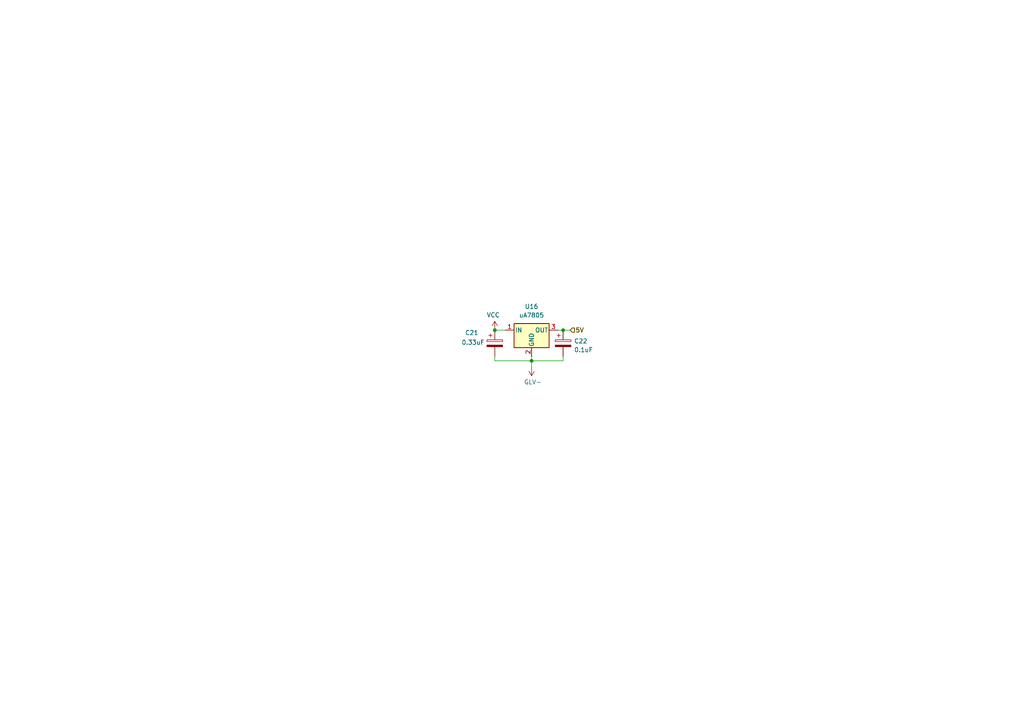
<source format=kicad_sch>
(kicad_sch
	(version 20250114)
	(generator "eeschema")
	(generator_version "9.0")
	(uuid "87609978-df6a-4283-aa82-17a932951a51")
	(paper "A4")
	(lib_symbols
		(symbol "Device:C_Polarized"
			(pin_numbers
				(hide yes)
			)
			(pin_names
				(offset 0.254)
			)
			(exclude_from_sim no)
			(in_bom yes)
			(on_board yes)
			(property "Reference" "C"
				(at 0.635 2.54 0)
				(effects
					(font
						(size 1.27 1.27)
					)
					(justify left)
				)
			)
			(property "Value" "C_Polarized"
				(at 0.635 -2.54 0)
				(effects
					(font
						(size 1.27 1.27)
					)
					(justify left)
				)
			)
			(property "Footprint" ""
				(at 0.9652 -3.81 0)
				(effects
					(font
						(size 1.27 1.27)
					)
					(hide yes)
				)
			)
			(property "Datasheet" "~"
				(at 0 0 0)
				(effects
					(font
						(size 1.27 1.27)
					)
					(hide yes)
				)
			)
			(property "Description" "Polarized capacitor"
				(at 0 0 0)
				(effects
					(font
						(size 1.27 1.27)
					)
					(hide yes)
				)
			)
			(property "ki_keywords" "cap capacitor"
				(at 0 0 0)
				(effects
					(font
						(size 1.27 1.27)
					)
					(hide yes)
				)
			)
			(property "ki_fp_filters" "CP_*"
				(at 0 0 0)
				(effects
					(font
						(size 1.27 1.27)
					)
					(hide yes)
				)
			)
			(symbol "C_Polarized_0_1"
				(rectangle
					(start -2.286 0.508)
					(end 2.286 1.016)
					(stroke
						(width 0)
						(type default)
					)
					(fill
						(type none)
					)
				)
				(polyline
					(pts
						(xy -1.778 2.286) (xy -0.762 2.286)
					)
					(stroke
						(width 0)
						(type default)
					)
					(fill
						(type none)
					)
				)
				(polyline
					(pts
						(xy -1.27 2.794) (xy -1.27 1.778)
					)
					(stroke
						(width 0)
						(type default)
					)
					(fill
						(type none)
					)
				)
				(rectangle
					(start 2.286 -0.508)
					(end -2.286 -1.016)
					(stroke
						(width 0)
						(type default)
					)
					(fill
						(type outline)
					)
				)
			)
			(symbol "C_Polarized_1_1"
				(pin passive line
					(at 0 3.81 270)
					(length 2.794)
					(name "~"
						(effects
							(font
								(size 1.27 1.27)
							)
						)
					)
					(number "1"
						(effects
							(font
								(size 1.27 1.27)
							)
						)
					)
				)
				(pin passive line
					(at 0 -3.81 90)
					(length 2.794)
					(name "~"
						(effects
							(font
								(size 1.27 1.27)
							)
						)
					)
					(number "2"
						(effects
							(font
								(size 1.27 1.27)
							)
						)
					)
				)
			)
			(embedded_fonts no)
		)
		(symbol "Regulator_Linear:uA7805"
			(pin_names
				(offset 0.254)
			)
			(exclude_from_sim no)
			(in_bom yes)
			(on_board yes)
			(property "Reference" "U"
				(at -3.81 3.175 0)
				(effects
					(font
						(size 1.27 1.27)
					)
				)
			)
			(property "Value" "uA7805"
				(at 0 3.175 0)
				(effects
					(font
						(size 1.27 1.27)
					)
					(justify left)
				)
			)
			(property "Footprint" ""
				(at 0.635 -3.81 0)
				(effects
					(font
						(size 1.27 1.27)
						(italic yes)
					)
					(justify left)
					(hide yes)
				)
			)
			(property "Datasheet" "http://www.ti.com/lit/ds/symlink/ua78.pdf"
				(at 0 -1.27 0)
				(effects
					(font
						(size 1.27 1.27)
					)
					(hide yes)
				)
			)
			(property "Description" "Positive 1A 35V Linear Regulator, Fixed Output 5V, TO-220/TO-263"
				(at 0 0 0)
				(effects
					(font
						(size 1.27 1.27)
					)
					(hide yes)
				)
			)
			(property "ki_keywords" "Voltage Regulator 1A Positive"
				(at 0 0 0)
				(effects
					(font
						(size 1.27 1.27)
					)
					(hide yes)
				)
			)
			(property "ki_fp_filters" "TO?263* TO?220*"
				(at 0 0 0)
				(effects
					(font
						(size 1.27 1.27)
					)
					(hide yes)
				)
			)
			(symbol "uA7805_0_1"
				(rectangle
					(start -5.08 1.905)
					(end 5.08 -5.08)
					(stroke
						(width 0.254)
						(type default)
					)
					(fill
						(type background)
					)
				)
			)
			(symbol "uA7805_1_1"
				(pin power_in line
					(at -7.62 0 0)
					(length 2.54)
					(name "IN"
						(effects
							(font
								(size 1.27 1.27)
							)
						)
					)
					(number "1"
						(effects
							(font
								(size 1.27 1.27)
							)
						)
					)
				)
				(pin power_in line
					(at 0 -7.62 90)
					(length 2.54)
					(name "GND"
						(effects
							(font
								(size 1.27 1.27)
							)
						)
					)
					(number "2"
						(effects
							(font
								(size 1.27 1.27)
							)
						)
					)
				)
				(pin power_out line
					(at 7.62 0 180)
					(length 2.54)
					(name "OUT"
						(effects
							(font
								(size 1.27 1.27)
							)
						)
					)
					(number "3"
						(effects
							(font
								(size 1.27 1.27)
							)
						)
					)
				)
			)
			(embedded_fonts no)
		)
		(symbol "power-symbol-library:GLV-"
			(power)
			(pin_names
				(offset 0)
			)
			(exclude_from_sim no)
			(in_bom yes)
			(on_board yes)
			(property "Reference" "#PWR"
				(at 0 -3.81 0)
				(effects
					(font
						(size 1.27 1.27)
					)
					(hide yes)
				)
			)
			(property "Value" "GLV-"
				(at 0 3.81 0)
				(effects
					(font
						(size 1.27 1.27)
					)
				)
			)
			(property "Footprint" ""
				(at 0 0 0)
				(effects
					(font
						(size 1.27 1.27)
					)
					(hide yes)
				)
			)
			(property "Datasheet" ""
				(at 0 0 0)
				(effects
					(font
						(size 1.27 1.27)
					)
					(hide yes)
				)
			)
			(property "Description" ""
				(at 0 0 0)
				(effects
					(font
						(size 1.27 1.27)
					)
					(hide yes)
				)
			)
			(symbol "GLV-_0_1"
				(polyline
					(pts
						(xy -0.762 1.27) (xy 0 2.54)
					)
					(stroke
						(width 0)
						(type solid)
					)
					(fill
						(type none)
					)
				)
				(polyline
					(pts
						(xy 0 2.54) (xy 0.762 1.27)
					)
					(stroke
						(width 0)
						(type solid)
					)
					(fill
						(type none)
					)
				)
				(polyline
					(pts
						(xy 0 0) (xy 0 2.54)
					)
					(stroke
						(width 0)
						(type solid)
					)
					(fill
						(type none)
					)
				)
			)
			(symbol "GLV-_1_1"
				(pin power_in line
					(at 0 0 90)
					(length 0)
					(hide yes)
					(name "GLV-"
						(effects
							(font
								(size 1.27 1.27)
							)
						)
					)
					(number "1"
						(effects
							(font
								(size 1.27 1.27)
							)
						)
					)
				)
			)
			(embedded_fonts no)
		)
		(symbol "power:VCC"
			(power)
			(pin_numbers
				(hide yes)
			)
			(pin_names
				(offset 0)
				(hide yes)
			)
			(exclude_from_sim no)
			(in_bom yes)
			(on_board yes)
			(property "Reference" "#PWR"
				(at 0 -3.81 0)
				(effects
					(font
						(size 1.27 1.27)
					)
					(hide yes)
				)
			)
			(property "Value" "VCC"
				(at 0 3.556 0)
				(effects
					(font
						(size 1.27 1.27)
					)
				)
			)
			(property "Footprint" ""
				(at 0 0 0)
				(effects
					(font
						(size 1.27 1.27)
					)
					(hide yes)
				)
			)
			(property "Datasheet" ""
				(at 0 0 0)
				(effects
					(font
						(size 1.27 1.27)
					)
					(hide yes)
				)
			)
			(property "Description" "Power symbol creates a global label with name \"VCC\""
				(at 0 0 0)
				(effects
					(font
						(size 1.27 1.27)
					)
					(hide yes)
				)
			)
			(property "ki_keywords" "global power"
				(at 0 0 0)
				(effects
					(font
						(size 1.27 1.27)
					)
					(hide yes)
				)
			)
			(symbol "VCC_0_1"
				(polyline
					(pts
						(xy -0.762 1.27) (xy 0 2.54)
					)
					(stroke
						(width 0)
						(type default)
					)
					(fill
						(type none)
					)
				)
				(polyline
					(pts
						(xy 0 2.54) (xy 0.762 1.27)
					)
					(stroke
						(width 0)
						(type default)
					)
					(fill
						(type none)
					)
				)
				(polyline
					(pts
						(xy 0 0) (xy 0 2.54)
					)
					(stroke
						(width 0)
						(type default)
					)
					(fill
						(type none)
					)
				)
			)
			(symbol "VCC_1_1"
				(pin power_in line
					(at 0 0 90)
					(length 0)
					(name "~"
						(effects
							(font
								(size 1.27 1.27)
							)
						)
					)
					(number "1"
						(effects
							(font
								(size 1.27 1.27)
							)
						)
					)
				)
			)
			(embedded_fonts no)
		)
	)
	(junction
		(at 154.178 104.648)
		(diameter 0)
		(color 0 0 0 0)
		(uuid "3988add7-4551-4541-8258-9b7c54ce2707")
	)
	(junction
		(at 143.51 95.758)
		(diameter 0)
		(color 0 0 0 0)
		(uuid "62a749c5-d925-4e0e-b2e8-603aece5a3d9")
	)
	(junction
		(at 163.322 95.758)
		(diameter 0)
		(color 0 0 0 0)
		(uuid "868ddcd5-d889-4090-b099-e61155a9e26b")
	)
	(wire
		(pts
			(xy 143.51 95.758) (xy 146.558 95.758)
		)
		(stroke
			(width 0)
			(type default)
		)
		(uuid "2ba43da2-1835-4c04-8be1-605c6a8f8e2c")
	)
	(wire
		(pts
			(xy 163.322 103.378) (xy 163.322 104.648)
		)
		(stroke
			(width 0)
			(type default)
		)
		(uuid "33225316-b81c-49c6-936f-0327e7402778")
	)
	(wire
		(pts
			(xy 154.178 106.426) (xy 154.178 104.648)
		)
		(stroke
			(width 0)
			(type default)
		)
		(uuid "44912323-6f16-49a4-8c39-84a3f109e46b")
	)
	(wire
		(pts
			(xy 163.322 95.758) (xy 165.354 95.758)
		)
		(stroke
			(width 0)
			(type default)
		)
		(uuid "5dc44c21-1eff-4ff0-a1dc-cd7b806c1609")
	)
	(wire
		(pts
			(xy 154.178 104.648) (xy 154.178 103.378)
		)
		(stroke
			(width 0)
			(type default)
		)
		(uuid "86d61f36-7d5c-4c82-8585-14c84d59c7b9")
	)
	(wire
		(pts
			(xy 163.322 104.648) (xy 154.178 104.648)
		)
		(stroke
			(width 0)
			(type default)
		)
		(uuid "873682ad-1149-42ea-a580-ea873158bcc7")
	)
	(wire
		(pts
			(xy 161.798 95.758) (xy 163.322 95.758)
		)
		(stroke
			(width 0)
			(type default)
		)
		(uuid "acb5bc0d-9633-4bd6-8e27-98d6ccfaeabc")
	)
	(wire
		(pts
			(xy 143.51 104.648) (xy 154.178 104.648)
		)
		(stroke
			(width 0)
			(type default)
		)
		(uuid "c2148b6d-e5a8-44b9-adbf-3afe4a24c529")
	)
	(wire
		(pts
			(xy 143.51 103.378) (xy 143.51 104.648)
		)
		(stroke
			(width 0)
			(type default)
		)
		(uuid "e9fde13c-1ab0-46d8-9092-f121f5579f7f")
	)
	(hierarchical_label "5V"
		(shape input)
		(at 165.354 95.758 0)
		(effects
			(font
				(size 1.27 1.27)
				(thickness 0.254)
				(bold yes)
			)
			(justify left)
		)
		(uuid "9aba9e20-52c2-453d-b314-c33712baa82d")
	)
	(symbol
		(lib_id "power:VCC")
		(at 143.51 95.758 0)
		(mirror y)
		(unit 1)
		(exclude_from_sim no)
		(in_bom yes)
		(on_board yes)
		(dnp no)
		(uuid "0fe2e432-1574-46d7-9aba-25e21826c6f0")
		(property "Reference" "#PWR078"
			(at 143.51 99.568 0)
			(effects
				(font
					(size 1.27 1.27)
				)
				(hide yes)
			)
		)
		(property "Value" "VCC"
			(at 143.0528 91.3638 0)
			(effects
				(font
					(size 1.27 1.27)
				)
			)
		)
		(property "Footprint" ""
			(at 143.51 95.758 0)
			(effects
				(font
					(size 1.27 1.27)
				)
				(hide yes)
			)
		)
		(property "Datasheet" ""
			(at 143.51 95.758 0)
			(effects
				(font
					(size 1.27 1.27)
				)
				(hide yes)
			)
		)
		(property "Description" ""
			(at 143.51 95.758 0)
			(effects
				(font
					(size 1.27 1.27)
				)
				(hide yes)
			)
		)
		(pin "1"
			(uuid "ff559c90-7c32-43e7-b9a8-2d9e82271ef2")
		)
		(instances
			(project "TSAL_G_V4_2"
				(path "/85dd7182-b71e-445a-95f4-dedd1af3b46e/db8961bd-328e-467f-863e-9cb426b1ad53"
					(reference "#PWR078")
					(unit 1)
				)
			)
		)
	)
	(symbol
		(lib_id "power-symbol-library:GLV-")
		(at 154.178 106.426 0)
		(mirror x)
		(unit 1)
		(exclude_from_sim no)
		(in_bom yes)
		(on_board yes)
		(dnp no)
		(uuid "6c73bcfe-7ba2-4bd8-b40c-0485301ea975")
		(property "Reference" "#PWR079"
			(at 154.178 102.616 0)
			(effects
				(font
					(size 1.27 1.27)
				)
				(hide yes)
			)
		)
		(property "Value" "GLV-"
			(at 154.559 110.8202 0)
			(effects
				(font
					(size 1.27 1.27)
				)
			)
		)
		(property "Footprint" ""
			(at 154.178 106.426 0)
			(effects
				(font
					(size 1.27 1.27)
				)
				(hide yes)
			)
		)
		(property "Datasheet" ""
			(at 154.178 106.426 0)
			(effects
				(font
					(size 1.27 1.27)
				)
				(hide yes)
			)
		)
		(property "Description" ""
			(at 154.178 106.426 0)
			(effects
				(font
					(size 1.27 1.27)
				)
				(hide yes)
			)
		)
		(pin "1"
			(uuid "acade76d-bbb3-4a62-9130-9726f8ebe4ba")
		)
		(instances
			(project "TSAL_G_V4_2"
				(path "/85dd7182-b71e-445a-95f4-dedd1af3b46e/db8961bd-328e-467f-863e-9cb426b1ad53"
					(reference "#PWR079")
					(unit 1)
				)
			)
		)
	)
	(symbol
		(lib_id "Regulator_Linear:uA7805")
		(at 154.178 95.758 0)
		(unit 1)
		(exclude_from_sim no)
		(in_bom yes)
		(on_board yes)
		(dnp no)
		(uuid "91d1d532-614e-49fe-85a8-d12c0af33df5")
		(property "Reference" "U16"
			(at 154.178 88.9 0)
			(effects
				(font
					(size 1.27 1.27)
				)
			)
		)
		(property "Value" "uA7805"
			(at 154.178 91.44 0)
			(effects
				(font
					(size 1.27 1.27)
				)
			)
		)
		(property "Footprint" "RMC_TO:TO-252-2"
			(at 154.813 99.568 0)
			(effects
				(font
					(size 1.27 1.27)
					(italic yes)
				)
				(justify left)
				(hide yes)
			)
		)
		(property "Datasheet" "http://www.ti.com/lit/ds/symlink/ua78.pdf"
			(at 154.178 97.028 0)
			(effects
				(font
					(size 1.27 1.27)
				)
				(hide yes)
			)
		)
		(property "Description" "Positive 1A 35V Linear Regulator, Fixed Output 5V, TO-220/TO-263"
			(at 154.178 95.758 0)
			(effects
				(font
					(size 1.27 1.27)
				)
				(hide yes)
			)
		)
		(pin "2"
			(uuid "856b33d3-86f6-4ba5-8309-1fc82e0e8bd7")
		)
		(pin "1"
			(uuid "8d51cb40-02b6-46ab-a330-ec3cc85ea4a2")
		)
		(pin "3"
			(uuid "0c76e9c4-6e70-49b7-a4f5-1b8cfeaf9098")
		)
		(instances
			(project ""
				(path "/85dd7182-b71e-445a-95f4-dedd1af3b46e/db8961bd-328e-467f-863e-9cb426b1ad53"
					(reference "U16")
					(unit 1)
				)
			)
		)
	)
	(symbol
		(lib_id "Device:C_Polarized")
		(at 143.51 99.568 0)
		(unit 1)
		(exclude_from_sim no)
		(in_bom no)
		(on_board yes)
		(dnp no)
		(uuid "c0c76eac-2c56-4f4f-9bb5-70fb9ee99202")
		(property "Reference" "C21"
			(at 134.874 96.52 0)
			(effects
				(font
					(size 1.27 1.27)
				)
				(justify left)
			)
		)
		(property "Value" "0.33uF"
			(at 133.858 99.314 0)
			(effects
				(font
					(size 1.27 1.27)
				)
				(justify left)
			)
		)
		(property "Footprint" "Capacitor_THT:CP_Radial_D5.0mm_P2.50mm"
			(at 144.4752 103.378 0)
			(effects
				(font
					(size 1.27 1.27)
				)
				(hide yes)
			)
		)
		(property "Datasheet" "~"
			(at 143.51 99.568 0)
			(effects
				(font
					(size 1.27 1.27)
				)
				(hide yes)
			)
		)
		(property "Description" ""
			(at 143.51 99.568 0)
			(effects
				(font
					(size 1.27 1.27)
				)
			)
		)
		(property "Sim.Type" ""
			(at 143.51 99.568 0)
			(effects
				(font
					(size 1.27 1.27)
				)
				(hide yes)
			)
		)
		(pin "1"
			(uuid "75d4d43c-fa48-42a9-97bb-b8ca65053ad3")
		)
		(pin "2"
			(uuid "ad2d7bad-dcf8-49e0-b7c5-a6be8dfc4df2")
		)
		(instances
			(project "TSAL_G_V4_2"
				(path "/85dd7182-b71e-445a-95f4-dedd1af3b46e/db8961bd-328e-467f-863e-9cb426b1ad53"
					(reference "C21")
					(unit 1)
				)
			)
		)
	)
	(symbol
		(lib_id "Device:C_Polarized")
		(at 163.322 99.568 0)
		(unit 1)
		(exclude_from_sim no)
		(in_bom yes)
		(on_board yes)
		(dnp no)
		(uuid "d519b972-a3f7-4c5a-a3df-c68e08c3a5f3")
		(property "Reference" "C22"
			(at 166.497 98.933 0)
			(effects
				(font
					(size 1.27 1.27)
				)
				(justify left)
			)
		)
		(property "Value" "0.1uF"
			(at 166.497 101.473 0)
			(effects
				(font
					(size 1.27 1.27)
				)
				(justify left)
			)
		)
		(property "Footprint" "Capacitor_THT:CP_Radial_D5.0mm_P2.50mm"
			(at 164.2872 103.378 0)
			(effects
				(font
					(size 1.27 1.27)
				)
				(hide yes)
			)
		)
		(property "Datasheet" "~"
			(at 163.322 99.568 0)
			(effects
				(font
					(size 1.27 1.27)
				)
				(hide yes)
			)
		)
		(property "Description" ""
			(at 163.322 99.568 0)
			(effects
				(font
					(size 1.27 1.27)
				)
			)
		)
		(property "Sim.Type" ""
			(at 163.322 99.568 0)
			(effects
				(font
					(size 1.27 1.27)
				)
				(hide yes)
			)
		)
		(pin "1"
			(uuid "5dcd2601-d9ac-474e-a5b0-af128434e62a")
		)
		(pin "2"
			(uuid "9369d893-af50-4514-a8c5-e309e314b3ea")
		)
		(instances
			(project "TSAL_G_V4_2"
				(path "/85dd7182-b71e-445a-95f4-dedd1af3b46e/db8961bd-328e-467f-863e-9cb426b1ad53"
					(reference "C22")
					(unit 1)
				)
			)
		)
	)
)

</source>
